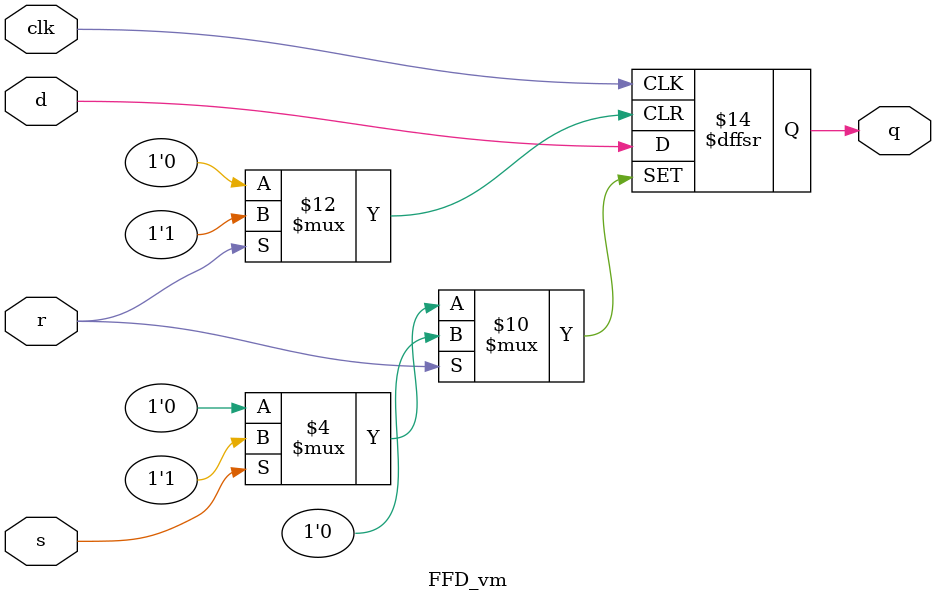
<source format=v>
`timescale 1ns / 1ps
module FFD_vm(
    input d,
    output reg q,
    input s,
    input r,
    input clk
    );
	 
	    always @(posedge clk or posedge r or posedge s)
      if (r) begin
         q <= 1'b0;
		end else if (s) begin
		   q <= 1'b1;
      end else begin
         q <= d;
      end
	


endmodule

</source>
